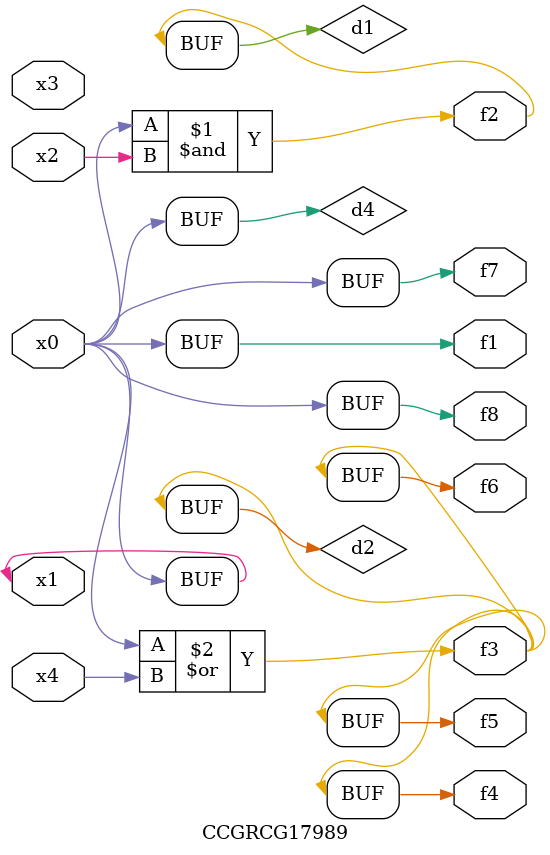
<source format=v>
module CCGRCG17989(
	input x0, x1, x2, x3, x4,
	output f1, f2, f3, f4, f5, f6, f7, f8
);

	wire d1, d2, d3, d4;

	and (d1, x0, x2);
	or (d2, x0, x4);
	nand (d3, x0, x2);
	buf (d4, x0, x1);
	assign f1 = d4;
	assign f2 = d1;
	assign f3 = d2;
	assign f4 = d2;
	assign f5 = d2;
	assign f6 = d2;
	assign f7 = d4;
	assign f8 = d4;
endmodule

</source>
